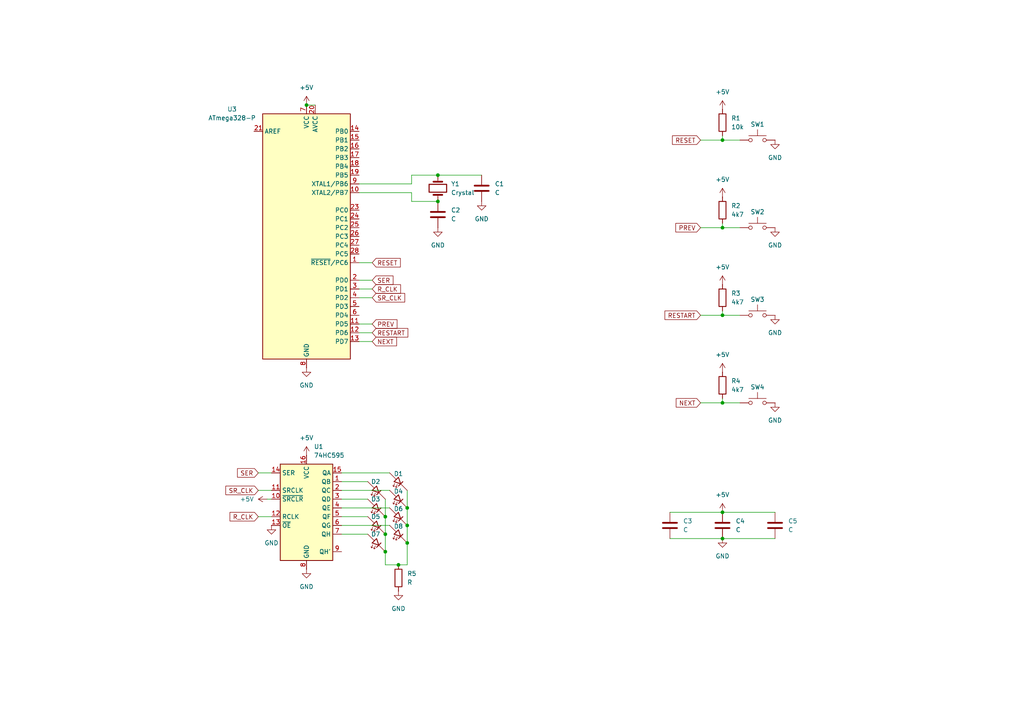
<source format=kicad_sch>
(kicad_sch (version 20250114) (generator "eeschema") (generator_version "9.0")
  (paper "A4")
  (lib_symbols
    (symbol "74xx:74HC595"
      (property "Reference" "U" (at -7.62 13.97 0))
      (property "Value" "74HC595" (at -7.62 -16.51 0))
      (symbol "74HC595_1_0"
        (pin input line (at -10.16 10.16 0) (length 2.54) (name "SER") (number "14"))
        (pin input line (at -10.16 5.08 0) (length 2.54) (name "SRCLK") (number "11"))
        (pin input line (at -10.16 2.54 0) (length 2.54) (name "~{SRCLR}") (number "10"))
        (pin input line (at -10.16 -2.54 0) (length 2.54) (name "RCLK") (number "12"))
        (pin input line (at -10.16 -5.08 0) (length 2.54) (name "~{OE}") (number "13"))
        (pin power_in line (at 0 15.24 270) (length 2.54) (name "VCC") (number "16"))
        (pin power_in line (at 0 -17.78 90) (length 2.54) (name "GND") (number "8"))
        (pin tri_state line (at 10.16 10.16 180) (length 2.54) (name "QA") (number "15"))
        (pin tri_state line (at 10.16 7.62 180) (length 2.54) (name "QB") (number "1"))
        (pin tri_state line (at 10.16 5.08 180) (length 2.54) (name "QC") (number "2"))
        (pin tri_state line (at 10.16 2.54 180) (length 2.54) (name "QD") (number "3"))
        (pin tri_state line (at 10.16 0 180) (length 2.54) (name "QE") (number "4"))
        (pin tri_state line (at 10.16 -2.54 180) (length 2.54) (name "QF") (number "5"))
        (pin tri_state line (at 10.16 -5.08 180) (length 2.54) (name "QG") (number "6"))
        (pin tri_state line (at 10.16 -7.62 180) (length 2.54) (name "QH") (number "7"))
        (pin output line (at 10.16 -12.7 180) (length 2.54) (name "QH'") (number "9"))
      )
      (symbol "74HC595_1_1"
        (rectangle (start -7.62 12.7) (end 7.62 -15.24) (stroke (width 0.254)) (fill (type background)))
      )
    )
    (symbol "Device:C" (pin_numbers (hide yes)) (pin_names (offset 0.254))
      (property "Reference" "C" (at 0.635 2.54 0))
      (property "Value" "C" (at 0.635 -2.54 0))
      (symbol "C_0_1"
        (polyline (pts (xy -2.032 0.762) (xy 2.032 0.762)) (stroke (width 0.508)))
        (polyline (pts (xy -2.032 -0.762) (xy 2.032 -0.762)) (stroke (width 0.508)))
      )
      (symbol "C_1_1"
        (pin passive line (at 0 3.81 270) (length 2.794) (name "~") (number "1"))
        (pin passive line (at 0 -3.81 90) (length 2.794) (name "~") (number "2"))
      )
    )
    (symbol "Device:Crystal" (pin_numbers (hide yes)) (pin_names (offset 1.016) (hide yes))
      (property "Reference" "Y" (at 0 3.81 0))
      (property "Value" "Crystal" (at 0 -3.81 0))
      (symbol "Crystal_0_1"
        (polyline (pts (xy -2.54 0) (xy -1.905 0)))
        (polyline (pts (xy -1.905 -1.27) (xy -1.905 1.27)) (stroke (width 0.508)))
        (rectangle (start -1.143 2.54) (end 1.143 -2.54) (stroke (width 0.3048)))
        (polyline (pts (xy 1.905 -1.27) (xy 1.905 1.27)) (stroke (width 0.508)))
        (polyline (pts (xy 2.54 0) (xy 1.905 0)))
      )
      (symbol "Crystal_1_1"
        (pin passive line (at -3.81 0 0) (length 1.27) (name "1") (number "1"))
        (pin passive line (at 3.81 0 180) (length 1.27) (name "2") (number "2"))
      )
    )
    (symbol "Device:LED_45deg" (pin_numbers (hide yes)) (pin_names (offset 0) (hide yes))
      (property "Reference" "D" (at 1.27 2.54 0))
      (property "Value" "LED_45deg" (at 1.27 0 0))
      (property "Sim.Pins" "1=K 2=A" (at 0 0 0))
      (symbol "LED_45deg_0_1"
        (polyline (pts (xy -1.4732 -1.4224) (xy -1.6256 -1.0668)))
        (polyline (pts (xy -1.27 0) (xy 0 1.27) (xy 0.635 -0.635) (xy -1.27 0)) (stroke (width 0.254)))
        (polyline (pts (xy -1.1176 -0.508) (xy -1.4732 -1.4224) (xy -1.1176 -1.27)))
        (polyline (pts (xy -0.7112 -1.7272) (xy -0.8636 -1.3716)))
        (polyline (pts (xy -0.635 0.635) (xy -2.54 2.54)))
        (polyline (pts (xy -0.3556 -0.8128) (xy -0.7112 -1.7272) (xy -0.3556 -1.5748)))
        (polyline (pts (xy 0 -1.27) (xy 1.27 0)) (stroke (width 0.254)))
        (polyline (pts (xy 2.54 -2.54) (xy 0.635 -0.635)))
      )
      (symbol "LED_45deg_1_1"
        (pin passive line (at -2.54 2.54 0) (length 0) (name "A") (number "2"))
        (pin passive line (at 2.54 -2.54 180) (length 0) (name "K") (number "1"))
      )
    )
    (symbol "Device:R" (pin_numbers (hide yes)) (pin_names (offset 0))
      (property "Reference" "R" (at 2.032 0 90))
      (property "Value" "R" (at 0 0 90))
      (symbol "R_0_1"
        (rectangle (start -1.016 -2.54) (end 1.016 2.54) (stroke (width 0.254)))
      )
      (symbol "R_1_1"
        (pin passive line (at 0 3.81 270) (length 1.27) (name "~") (number "1"))
        (pin passive line (at 0 -3.81 90) (length 1.27) (name "~") (number "2"))
      )
    )
    (symbol "MCU_Microchip_ATmega:ATmega328-P"
      (property "Reference" "U" (at -12.7 36.83 0))
      (property "Value" "ATmega328-P" (at 2.54 -36.83 0))
      (symbol "ATmega328-P_0_1"
        (rectangle (start -12.7 -35.56) (end 12.7 35.56) (stroke (width 0.254)) (fill (type background)))
      )
      (symbol "ATmega328-P_1_1"
        (pin passive line (at -15.24 30.48 0) (length 2.54) (name "AREF") (number "21"))
        (pin power_in line (at 0 38.1 270) (length 2.54) (name "VCC") (number "7"))
        (pin passive line (at 0 -38.1 90) (length 2.54) (hide yes) (name "GND") (number "22"))
        (pin power_in line (at 0 -38.1 90) (length 2.54) (name "GND") (number "8"))
        (pin power_in line (at 2.54 38.1 270) (length 2.54) (name "AVCC") (number "20"))
        (pin bidirectional line (at 15.24 30.48 180) (length 2.54) (name "PB0") (number "14"))
        (pin bidirectional line (at 15.24 27.94 180) (length 2.54) (name "PB1") (number "15"))
        (pin bidirectional line (at 15.24 25.4 180) (length 2.54) (name "PB2") (number "16"))
        (pin bidirectional line (at 15.24 22.86 180) (length 2.54) (name "PB3") (number "17"))
        (pin bidirectional line (at 15.24 20.32 180) (length 2.54) (name "PB4") (number "18"))
        (pin bidirectional line (at 15.24 17.78 180) (length 2.54) (name "PB5") (number "19"))
        (pin bidirectional line (at 15.24 15.24 180) (length 2.54) (name "XTAL1/PB6") (number "9"))
        (pin bidirectional line (at 15.24 12.7 180) (length 2.54) (name "XTAL2/PB7") (number "10"))
        (pin bidirectional line (at 15.24 7.62 180) (length 2.54) (name "PC0") (number "23"))
        (pin bidirectional line (at 15.24 5.08 180) (length 2.54) (name "PC1") (number "24"))
        (pin bidirectional line (at 15.24 2.54 180) (length 2.54) (name "PC2") (number "25"))
        (pin bidirectional line (at 15.24 0 180) (length 2.54) (name "PC3") (number "26"))
        (pin bidirectional line (at 15.24 -2.54 180) (length 2.54) (name "PC4") (number "27"))
        (pin bidirectional line (at 15.24 -5.08 180) (length 2.54) (name "PC5") (number "28"))
        (pin bidirectional line (at 15.24 -7.62 180) (length 2.54) (name "~{RESET}/PC6") (number "1"))
        (pin bidirectional line (at 15.24 -12.7 180) (length 2.54) (name "PD0") (number "2"))
        (pin bidirectional line (at 15.24 -15.24 180) (length 2.54) (name "PD1") (number "3"))
        (pin bidirectional line (at 15.24 -17.78 180) (length 2.54) (name "PD2") (number "4"))
        (pin bidirectional line (at 15.24 -20.32 180) (length 2.54) (name "PD3") (number "5"))
        (pin bidirectional line (at 15.24 -22.86 180) (length 2.54) (name "PD4") (number "6"))
        (pin bidirectional line (at 15.24 -25.4 180) (length 2.54) (name "PD5") (number "11"))
        (pin bidirectional line (at 15.24 -27.94 180) (length 2.54) (name "PD6") (number "12"))
        (pin bidirectional line (at 15.24 -30.48 180) (length 2.54) (name "PD7") (number "13"))
      )
    )
    (symbol "Switch:SW_Push" (pin_numbers (hide yes)) (pin_names (offset 1.016) (hide yes))
      (property "Reference" "SW" (at 1.27 2.54 0))
      (property "Value" "SW_Push" (at 0 -1.524 0))
      (symbol "SW_Push_0_1"
        (circle (center -2.032 0) (radius 0.508))
        (polyline (pts (xy 0 1.27) (xy 0 3.048)))
        (circle (center 2.032 0) (radius 0.508))
        (polyline (pts (xy 2.54 1.27) (xy -2.54 1.27)))
        (pin passive line (at -5.08 0 0) (length 2.54) (name "1") (number "1"))
        (pin passive line (at 5.08 0 180) (length 2.54) (name "2") (number "2"))
      )
    )
    (symbol "power:+5V" (power) (pin_numbers (hide yes)) (pin_names (offset 0) (hide yes))
      (property "Value" "+5V" (at 0 3.556 0))
      (symbol "+5V_0_1"
        (polyline (pts (xy -0.762 1.27) (xy 0 2.54)))
        (polyline (pts (xy 0 2.54) (xy 0.762 1.27)))
        (polyline (pts (xy 0 0) (xy 0 2.54)))
      )
      (symbol "+5V_1_1"
        (pin power_in line (at 0 0 90) (length 0) (name "~") (number "1"))
      )
    )
    (symbol "power:GND" (power) (pin_numbers (hide yes)) (pin_names (offset 0) (hide yes))
      (property "Value" "GND" (at 0 -3.81 0))
      (symbol "GND_0_1"
        (polyline (pts (xy 0 0) (xy 0 -1.27) (xy 1.27 -1.27) (xy 0 -2.54) (xy -1.27 -1.27) (xy 0 -1.27)))
      )
      (symbol "GND_1_1"
        (pin power_in line (at 0 0 270) (length 0) (name "~") (number "1"))
      )
    )
  )
  (junction (at 209.55 148.59))
  (junction (at 209.55 91.44))
  (junction (at 111.76 149.86))
  (junction (at 127 58.42))
  (junction (at 118.11 147.32))
  (junction (at 115.57 163.83))
  (junction (at 111.76 154.94))
  (junction (at 209.55 156.21))
  (junction (at 209.55 66.04))
  (junction (at 88.9 30.48))
  (junction (at 118.11 152.4))
  (junction (at 209.55 40.64))
  (junction (at 118.11 157.48))
  (junction (at 209.55 116.84))
  (junction (at 111.76 160.02))
  (junction (at 127 50.8))
  (wire (pts (xy 99.06 144.78) (xy 106.68 144.78)))
  (wire (pts (xy 77.47 144.78) (xy 78.74 144.78)))
  (wire (pts (xy 209.55 40.64) (xy 214.63 40.64)))
  (wire (pts (xy 209.55 66.04) (xy 209.55 64.77)))
  (wire (pts (xy 203.2 116.84) (xy 209.55 116.84)))
  (wire (pts (xy 118.11 147.32) (xy 118.11 152.4)))
  (wire (pts (xy 209.55 156.21) (xy 224.79 156.21)))
  (wire (pts (xy 209.55 40.64) (xy 209.55 39.37)))
  (wire (pts (xy 107.95 93.98) (xy 104.14 93.98)))
  (wire (pts (xy 127 50.8) (xy 139.7 50.8)))
  (wire (pts (xy 119.38 58.42) (xy 127 58.42)))
  (wire (pts (xy 127 50.8) (xy 119.38 50.8)))
  (wire (pts (xy 104.14 81.28) (xy 107.95 81.28)))
  (wire (pts (xy 203.2 91.44) (xy 209.55 91.44)))
  (wire (pts (xy 203.2 40.64) (xy 209.55 40.64)))
  (wire (pts (xy 104.14 83.82) (xy 107.95 83.82)))
  (wire (pts (xy 99.06 147.32) (xy 113.03 147.32)))
  (wire (pts (xy 88.9 30.48) (xy 91.44 30.48)))
  (wire (pts (xy 111.76 149.86) (xy 111.76 154.94)))
  (wire (pts (xy 209.55 116.84) (xy 214.63 116.84)))
  (wire (pts (xy 99.06 142.24) (xy 113.03 142.24)))
  (wire (pts (xy 111.76 160.02) (xy 111.76 163.83)))
  (wire (pts (xy 99.06 152.4) (xy 113.03 152.4)))
  (wire (pts (xy 111.76 154.94) (xy 111.76 160.02)))
  (wire (pts (xy 104.14 86.36) (xy 107.95 86.36)))
  (wire (pts (xy 99.06 149.86) (xy 106.68 149.86)))
  (wire (pts (xy 209.55 66.04) (xy 214.63 66.04)))
  (wire (pts (xy 107.95 96.52) (xy 104.14 96.52)))
  (wire (pts (xy 118.11 142.24) (xy 118.11 147.32)))
  (wire (pts (xy 209.55 148.59) (xy 194.31 148.59)))
  (wire (pts (xy 118.11 152.4) (xy 118.11 157.48)))
  (wire (pts (xy 209.55 116.84) (xy 209.55 115.57)))
  (wire (pts (xy 107.95 76.2) (xy 104.14 76.2)))
  (wire (pts (xy 119.38 55.88) (xy 119.38 58.42)))
  (wire (pts (xy 119.38 50.8) (xy 119.38 53.34)))
  (wire (pts (xy 104.14 55.88) (xy 119.38 55.88)))
  (wire (pts (xy 111.76 163.83) (xy 115.57 163.83)))
  (wire (pts (xy 111.76 144.78) (xy 111.76 149.86)))
  (wire (pts (xy 74.93 137.16) (xy 78.74 137.16)))
  (wire (pts (xy 74.93 149.86) (xy 78.74 149.86)))
  (wire (pts (xy 194.31 156.21) (xy 209.55 156.21)))
  (wire (pts (xy 115.57 163.83) (xy 118.11 163.83)))
  (wire (pts (xy 99.06 137.16) (xy 113.03 137.16)))
  (wire (pts (xy 209.55 148.59) (xy 224.79 148.59)))
  (wire (pts (xy 99.06 154.94) (xy 106.68 154.94)))
  (wire (pts (xy 209.55 91.44) (xy 214.63 91.44)))
  (wire (pts (xy 118.11 157.48) (xy 118.11 163.83)))
  (wire (pts (xy 107.95 99.06) (xy 104.14 99.06)))
  (wire (pts (xy 74.93 142.24) (xy 78.74 142.24)))
  (wire (pts (xy 203.2 66.04) (xy 209.55 66.04)))
  (wire (pts (xy 104.14 53.34) (xy 119.38 53.34)))
  (wire (pts (xy 209.55 91.44) (xy 209.55 90.17)))
  (wire (pts (xy 99.06 139.7) (xy 106.68 139.7)))
  (global_label "PREV" (shape input) (at 203.2 66.04 180) (property "Intersheetrefs" "${INTERSHEET_REFS}" (effects (hide yes))))
  (global_label "RESET" (shape input) (at 203.2 40.64 180) (property "Intersheetrefs" "${INTERSHEET_REFS}" (effects (hide yes))))
  (global_label "RESTART" (shape input) (at 203.2 91.44 180) (property "Intersheetrefs" "${INTERSHEET_REFS}" (effects (hide yes))))
  (global_label "NEXT" (shape input) (at 203.2 116.84 180) (property "Intersheetrefs" "${INTERSHEET_REFS}" (effects (hide yes))))
  (global_label "PREV" (shape input) (at 107.95 93.98 0) (property "Intersheetrefs" "${INTERSHEET_REFS}" (effects (hide yes))))
  (global_label "NEXT" (shape input) (at 107.95 99.06 0) (property "Intersheetrefs" "${INTERSHEET_REFS}" (effects (hide yes))))
  (global_label "SR_CLK" (shape input) (at 74.93 142.24 180) (property "Intersheetrefs" "${INTERSHEET_REFS}" (effects (hide yes))))
  (global_label "R_CLK" (shape input) (at 74.93 149.86 180) (property "Intersheetrefs" "${INTERSHEET_REFS}" (effects (hide yes))))
  (global_label "R_CLK" (shape input) (at 107.95 83.82 0) (property "Intersheetrefs" "${INTERSHEET_REFS}" (effects (hide yes))))
  (global_label "SER" (shape input) (at 107.95 81.28 0) (property "Intersheetrefs" "${INTERSHEET_REFS}" (effects (hide yes))))
  (global_label "SR_CLK" (shape input) (at 107.95 86.36 0) (property "Intersheetrefs" "${INTERSHEET_REFS}" (effects (hide yes))))
  (global_label "SER" (shape input) (at 74.93 137.16 180) (property "Intersheetrefs" "${INTERSHEET_REFS}" (effects (hide yes))))
  (global_label "RESTART" (shape input) (at 107.95 96.52 0) (property "Intersheetrefs" "${INTERSHEET_REFS}" (effects (hide yes))))
  (global_label "RESET" (shape input) (at 107.95 76.2 0) (property "Intersheetrefs" "${INTERSHEET_REFS}" (effects (hide yes))))
  (symbol (lib_id "Device:R") (at 209.55 60.96 180) (unit 1)
    (property "Reference" "R2" (at 212.09 59.6899 0) (effects (justify right)))
    (property "Value" "4k7" (at 212.09 62.2299 0) (effects (justify right)))
    (property "Footprint" "Resistor_SMD:R_0805_2012Metric" (effects (hide yes)))
    (property "Description" "Resistor" (effects (hide yes)))
  )
  (symbol (lib_id "Device:R") (at 209.55 86.36 180) (unit 1)
    (property "Reference" "R3" (at 212.09 85.0899 0) (effects (justify right)))
    (property "Value" "4k7" (at 212.09 87.6299 0) (effects (justify right)))
    (property "Footprint" "Resistor_SMD:R_0805_2012Metric" (effects (hide yes)))
    (property "Description" "Resistor" (effects (hide yes)))
  )
  (symbol (lib_id "power:GND") (at 78.74 152.4 0) (unit 1)
    (property "Reference" "#PWR012" (effects (hide yes)))
    (property "Value" "GND" (at 78.74 157.48 0))
    (property "Description" "Power symbol creates a global label with name \"GND\" , ground" (effects (hide yes)))
  )
  (symbol (lib_id "Device:C") (at 209.55 152.4 0) (unit 1)
    (property "Reference" "C4" (at 213.36 151.1299 0) (effects (justify left)))
    (property "Value" "C" (at 213.36 153.6699 0) (effects (justify left)))
    (property "Footprint" "Capacitor_SMD:CP_Elec_8x10" (effects (hide yes)))
    (property "Description" "Unpolarized capacitor" (effects (hide yes)))
  )
  (symbol (lib_id "power:GND") (at 224.79 66.04 0) (unit 1)
    (property "Reference" "#PWR07" (effects (hide yes)))
    (property "Value" "GND" (at 224.79 71.12 0))
    (property "Description" "Power symbol creates a global label with name \"GND\" , ground" (effects (hide yes)))
  )
  (symbol (lib_id "power:+5V") (at 88.9 30.48 0) (unit 1)
    (property "Reference" "#PWR02" (effects (hide yes)))
    (property "Value" "+5V" (at 88.9 25.4 0))
    (property "Description" "Power symbol creates a global label with name \"+5V\"" (effects (hide yes)))
  )
  (symbol (lib_id "power:+5V") (at 209.55 107.95 0) (unit 1)
    (property "Reference" "#PWR010" (effects (hide yes)))
    (property "Value" "+5V" (at 209.55 102.87 0))
    (property "Description" "Power symbol creates a global label with name \"+5V\"" (effects (hide yes)))
  )
  (symbol (lib_id "Switch:SW_Push") (at 219.71 91.44 0) (unit 1)
    (property "Reference" "SW3" (at 219.71 86.868 0))
    (property "Value" "SW_Push" (effects (hide yes)))
    (property "Footprint" "Button_Switch_SMD:SW_SPST_Panasonic_EVQPL_3PL_5PL_PT_A15" (effects (hide yes)))
    (property "Description" "Push button switch, generic, two pins" (effects (hide yes)))
  )
  (symbol (lib_id "Device:LED_45deg") (at 109.22 142.24 0) (unit 1)
    (property "Reference" "D2" (at 108.966 139.7 0))
    (property "Value" "LED" (effects (hide yes)))
    (property "Description" "Light emitting diode, rotated by 45°" (effects (hide yes)))
    (property "Sim.Pins" "1=K 2=A" (effects (hide yes)))
  )
  (symbol (lib_id "Device:LED_45deg") (at 115.57 154.94 0) (unit 1)
    (property "Reference" "D8" (at 115.57 152.654 0))
    (property "Value" "LED" (effects (hide yes)))
    (property "Description" "Light emitting diode, rotated by 45°" (effects (hide yes)))
    (property "Sim.Pins" "1=K 2=A" (effects (hide yes)))
  )
  (symbol (lib_id "power:GND") (at 127 66.04 0) (unit 1)
    (property "Reference" "#PWR03" (effects (hide yes)))
    (property "Value" "GND" (at 127 71.12 0))
    (property "Description" "Power symbol creates a global label with name \"GND\" , ground" (effects (hide yes)))
  )
  (symbol (lib_id "Device:C") (at 224.79 152.4 0) (unit 1)
    (property "Reference" "C5" (at 228.6 151.1299 0) (effects (justify left)))
    (property "Value" "C" (at 228.6 153.6699 0) (effects (justify left)))
    (property "Footprint" "Capacitor_SMD:CP_Elec_8x10" (effects (hide yes)))
    (property "Description" "Unpolarized capacitor" (effects (hide yes)))
  )
  (symbol (lib_id "Device:C") (at 127 62.23 0) (unit 1)
    (property "Reference" "C2" (at 130.81 60.9599 0) (effects (justify left)))
    (property "Value" "C" (at 130.81 63.4999 0) (effects (justify left)))
    (property "Footprint" "Capacitor_SMD:C_1206_3216Metric" (effects (hide yes)))
    (property "Description" "Unpolarized capacitor" (effects (hide yes)))
  )
  (symbol (lib_id "power:+5V") (at 209.55 31.75 0) (unit 1)
    (property "Reference" "#PWR05" (effects (hide yes)))
    (property "Value" "+5V" (at 209.55 26.67 0))
    (property "Description" "Power symbol creates a global label with name \"+5V\"" (effects (hide yes)))
  )
  (symbol (lib_id "power:GND") (at 224.79 116.84 0) (unit 1)
    (property "Reference" "#PWR011" (effects (hide yes)))
    (property "Value" "GND" (at 224.79 121.92 0))
    (property "Description" "Power symbol creates a global label with name \"GND\" , ground" (effects (hide yes)))
  )
  (symbol (lib_id "Device:LED_45deg") (at 115.57 144.78 0) (unit 1)
    (property "Reference" "D4" (at 115.57 142.494 0))
    (property "Value" "LED" (effects (hide yes)))
    (property "Description" "Light emitting diode, rotated by 45°" (effects (hide yes)))
    (property "Sim.Pins" "1=K 2=A" (effects (hide yes)))
  )
  (symbol (lib_id "power:GND") (at 139.7 58.42 0) (unit 1)
    (property "Reference" "#PWR04" (effects (hide yes)))
    (property "Value" "GND" (at 139.7 63.5 0))
    (property "Description" "Power symbol creates a global label with name \"GND\" , ground" (effects (hide yes)))
  )
  (symbol (lib_id "Device:R") (at 209.55 111.76 180) (unit 1)
    (property "Reference" "R4" (at 212.09 110.4899 0) (effects (justify right)))
    (property "Value" "4k7" (at 212.09 113.0299 0) (effects (justify right)))
    (property "Footprint" "Resistor_SMD:R_0805_2012Metric" (effects (hide yes)))
    (property "Description" "Resistor" (effects (hide yes)))
  )
  (symbol (lib_id "power:+5V") (at 88.9 132.08 0) (unit 1)
    (property "Reference" "#PWR016" (effects (hide yes)))
    (property "Value" "+5V" (at 88.9 127 0))
    (property "Description" "Power symbol creates a global label with name \"+5V\"" (effects (hide yes)))
  )
  (symbol (lib_id "Device:LED_45deg") (at 115.57 149.86 0) (unit 1)
    (property "Reference" "D6" (at 115.57 147.574 0))
    (property "Value" "LED" (effects (hide yes)))
    (property "Description" "Light emitting diode, rotated by 45°" (effects (hide yes)))
    (property "Sim.Pins" "1=K 2=A" (effects (hide yes)))
  )
  (symbol (lib_id "power:GND") (at 88.9 106.68 0) (unit 1)
    (property "Reference" "#PWR02" (effects (hide yes)))
    (property "Value" "GND" (at 88.9 111.76 0))
    (property "Description" "Power symbol creates a global label with name \"GND\" , ground" (effects (hide yes)))
  )
  (symbol (lib_id "Device:R") (at 209.55 35.56 180) (unit 1)
    (property "Reference" "R1" (at 212.09 34.2899 0) (effects (justify right)))
    (property "Value" "10k" (at 212.09 36.8299 0) (effects (justify right)))
    (property "Footprint" "Resistor_SMD:R_0805_2012Metric" (effects (hide yes)))
    (property "Description" "Resistor" (effects (hide yes)))
  )
  (symbol (lib_id "power:+5V") (at 209.55 57.15 0) (unit 1)
    (property "Reference" "#PWR01" (effects (hide yes)))
    (property "Value" "+5V" (at 209.55 52.07 0))
    (property "Description" "Power symbol creates a global label with name \"+5V\"" (effects (hide yes)))
  )
  (symbol (lib_id "Switch:SW_Push") (at 219.71 116.84 0) (unit 1)
    (property "Reference" "SW4" (at 219.71 112.268 0))
    (property "Value" "SW_Push" (effects (hide yes)))
    (property "Footprint" "Button_Switch_SMD:SW_SPST_Panasonic_EVQPL_3PL_5PL_PT_A15" (effects (hide yes)))
    (property "Description" "Push button switch, generic, two pins" (effects (hide yes)))
  )
  (symbol (lib_id "Switch:SW_Push") (at 219.71 66.04 0) (unit 1)
    (property "Reference" "SW2" (at 219.71 61.468 0))
    (property "Value" "SW_Push" (effects (hide yes)))
    (property "Footprint" "Button_Switch_SMD:SW_SPST_Panasonic_EVQPL_3PL_5PL_PT_A15" (effects (hide yes)))
    (property "Description" "Push button switch, generic, two pins" (effects (hide yes)))
  )
  (symbol (lib_id "power:GND") (at 88.9 165.1 0) (unit 1)
    (property "Reference" "#PWR013" (effects (hide yes)))
    (property "Value" "GND" (at 88.9 170.18 0))
    (property "Description" "Power symbol creates a global label with name \"GND\" , ground" (effects (hide yes)))
  )
  (symbol (lib_id "Device:LED_45deg") (at 109.22 157.48 0) (unit 1)
    (property "Reference" "D7" (at 108.966 154.94 0))
    (property "Value" "LED" (effects (hide yes)))
    (property "Description" "Light emitting diode, rotated by 45°" (effects (hide yes)))
    (property "Sim.Pins" "1=K 2=A" (effects (hide yes)))
  )
  (symbol (lib_id "power:GND") (at 224.79 91.44 0) (unit 1)
    (property "Reference" "#PWR09" (effects (hide yes)))
    (property "Value" "GND" (at 224.79 96.52 0))
    (property "Description" "Power symbol creates a global label with name \"GND\" , ground" (effects (hide yes)))
  )
  (symbol (lib_id "power:+5V") (at 209.55 148.59 0) (unit 1)
    (property "Reference" "#PWR015" (effects (hide yes)))
    (property "Value" "+5V" (at 209.55 143.51 0))
    (property "Description" "Power symbol creates a global label with name \"+5V\"" (effects (hide yes)))
  )
  (symbol (lib_id "Device:LED_45deg") (at 109.22 152.4 0) (unit 1)
    (property "Reference" "D5" (at 108.966 149.86 0))
    (property "Value" "LED" (effects (hide yes)))
    (property "Description" "Light emitting diode, rotated by 45°" (effects (hide yes)))
    (property "Sim.Pins" "1=K 2=A" (effects (hide yes)))
  )
  (symbol (lib_id "power:+5V") (at 77.47 144.78 90) (unit 1)
    (property "Reference" "#PWR017" (effects (hide yes)))
    (property "Value" "+5V" (at 73.66 144.7799 90) (effects (justify left)))
    (property "Description" "Power symbol creates a global label with name \"+5V\"" (effects (hide yes)))
  )
  (symbol (lib_id "MCU_Microchip_ATmega:ATmega328-P") (at 88.9 68.58 0) (unit 1)
    (property "Reference" "U3" (at 67.31 31.6798 0))
    (property "Value" "ATmega328-P" (at 67.31 34.2198 0))
    (property "Footprint" "Package_QFP:TQFP-32_7x7mm_P0.8mm" (effects (hide yes)))
    (property "Datasheet" "http://ww1.microchip.com/downloads/en/DeviceDoc/ATmega328_P%20AVR%20MCU%20with%20picoPower%20Technology%20Data%20Sheet%2040001984A.pdf" (effects (hide yes)))
    (property "Description" "20MHz, 32kB Flash, 2kB SRAM, 1kB EEPROM, DIP-28" (effects (hide yes)))
  )
  (symbol (lib_id "Device:C") (at 194.31 152.4 0) (unit 1)
    (property "Reference" "C3" (at 198.12 151.1299 0) (effects (justify left)))
    (property "Value" "C" (at 198.12 153.6699 0) (effects (justify left)))
    (property "Footprint" "Capacitor_SMD:CP_Elec_8x10" (effects (hide yes)))
    (property "Description" "Unpolarized capacitor" (effects (hide yes)))
  )
  (symbol (lib_id "Device:Crystal") (at 127 54.61 270) (unit 1)
    (property "Reference" "Y1" (at 130.81 53.3399 90) (effects (justify left)))
    (property "Value" "Crystal" (at 130.81 55.8799 90) (effects (justify left)))
    (property "Footprint" "Crystal:Crystal_SMD_3225-4Pin_3.2x2.5mm" (effects (hide yes)))
    (property "Description" "Two pin crystal" (effects (hide yes)))
  )
  (symbol (lib_id "Switch:SW_Push") (at 219.71 40.64 0) (unit 1)
    (property "Reference" "SW1" (at 219.71 36.068 0))
    (property "Value" "SW_Push" (effects (hide yes)))
    (property "Footprint" "Button_Switch_SMD:SW_SPST_Panasonic_EVQPL_3PL_5PL_PT_A15" (effects (hide yes)))
    (property "Description" "Push button switch, generic, two pins" (effects (hide yes)))
  )
  (symbol (lib_id "Device:LED_45deg") (at 115.57 139.7 0) (unit 1)
    (property "Reference" "D1" (at 115.57 137.414 0))
    (property "Value" "LED" (effects (hide yes)))
    (property "Description" "Light emitting diode, rotated by 45°" (effects (hide yes)))
    (property "Sim.Pins" "1=K 2=A" (effects (hide yes)))
  )
  (symbol (lib_id "power:GND") (at 115.57 171.45 0) (unit 1)
    (property "Reference" "#PWR018" (effects (hide yes)))
    (property "Value" "GND" (at 115.57 176.53 0))
    (property "Description" "Power symbol creates a global label with name \"GND\" , ground" (effects (hide yes)))
  )
  (symbol (lib_id "power:+5V") (at 209.55 82.55 0) (unit 1)
    (property "Reference" "#PWR08" (effects (hide yes)))
    (property "Value" "+5V" (at 209.55 77.47 0))
    (property "Description" "Power symbol creates a global label with name \"+5V\"" (effects (hide yes)))
  )
  (symbol (lib_id "Device:C") (at 139.7 54.61 0) (unit 1)
    (property "Reference" "C1" (at 143.51 53.3399 0) (effects (justify left)))
    (property "Value" "C" (at 143.51 55.8799 0) (effects (justify left)))
    (property "Footprint" "Capacitor_SMD:C_1206_3216Metric" (effects (hide yes)))
    (property "Description" "Unpolarized capacitor" (effects (hide yes)))
  )
  (symbol (lib_id "Device:LED_45deg") (at 109.22 147.32 0) (unit 1)
    (property "Reference" "D3" (at 108.966 144.78 0))
    (property "Value" "LED" (effects (hide yes)))
    (property "Description" "Light emitting diode, rotated by 45°" (effects (hide yes)))
    (property "Sim.Pins" "1=K 2=A" (effects (hide yes)))
  )
  (symbol (lib_id "power:GND") (at 209.55 156.21 0) (unit 1)
    (property "Reference" "#PWR014" (effects (hide yes)))
    (property "Value" "GND" (at 209.55 161.29 0))
    (property "Description" "Power symbol creates a global label with name \"GND\" , ground" (effects (hide yes)))
  )
  (symbol (lib_id "74xx:74HC595") (at 88.9 147.32 0) (unit 1)
    (property "Reference" "U1" (at 91.0433 129.54 0) (effects (justify left)))
    (property "Value" "74HC595" (at 91.0433 132.08 0) (effects (justify left)))
    (property "Datasheet" "http://www.ti.com/lit/ds/symlink/sn74hc595.pdf" (effects (hide yes)))
    (property "Description" "8-bit serial in/out Shift Register 3-State Outputs" (effects (hide yes)))
  )
  (symbol (lib_id "power:GND") (at 224.79 40.64 0) (unit 1)
    (property "Reference" "#PWR06" (effects (hide yes)))
    (property "Value" "GND" (at 224.79 45.72 0))
    (property "Description" "Power symbol creates a global label with name \"GND\" , ground" (effects (hide yes)))
  )
  (symbol (lib_id "Device:R") (at 115.57 167.64 0) (unit 1)
    (property "Reference" "R5" (at 118.11 166.3699 0) (effects (justify left)))
    (property "Value" "R" (at 118.11 168.9099 0) (effects (justify left)))
    (property "Description" "Resistor" (effects (hide yes)))
  )
)
</source>
